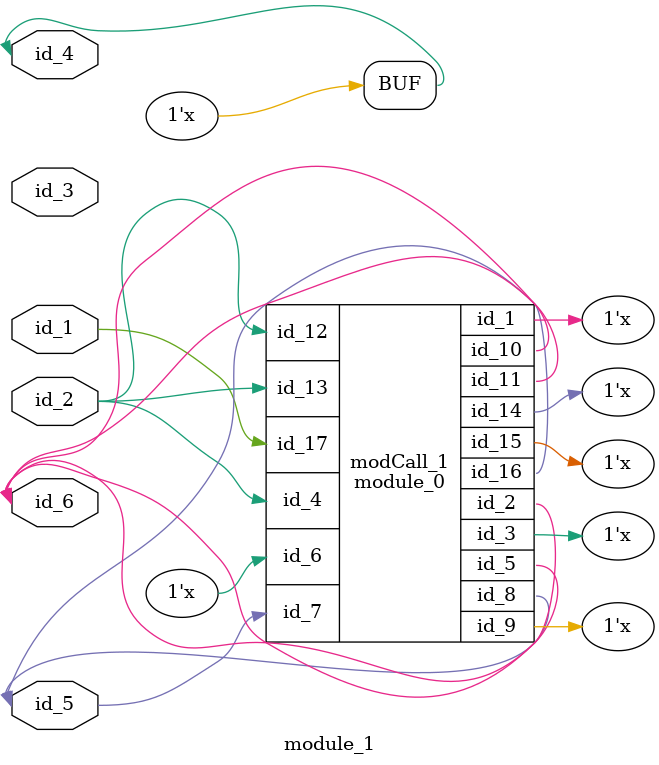
<source format=v>
module module_0 (
    id_1,
    id_2,
    id_3,
    id_4,
    id_5,
    id_6,
    id_7,
    id_8,
    id_9,
    id_10,
    id_11,
    id_12,
    id_13,
    id_14,
    id_15,
    id_16,
    id_17
);
  input wire id_17;
  output wire id_16;
  inout wire id_15;
  output wire id_14;
  input wire id_13;
  input wire id_12;
  inout wire id_11;
  output wire id_10;
  output wire id_9;
  output wire id_8;
  input wire id_7;
  input wire id_6;
  inout wire id_5;
  input wire id_4;
  inout wire id_3;
  output wire id_2;
  inout wire id_1;
endmodule
module module_1 (
    id_1,
    id_2,
    id_3,
    id_4,
    id_5,
    id_6
);
  inout wire id_6;
  inout wire id_5;
  inout wire id_4;
  input wire id_3;
  input wire id_2;
  input wire id_1;
  always begin : LABEL_0
    if (id_4) id_4 = 1;
  end
  module_0 modCall_1 (
      id_4,
      id_6,
      id_4,
      id_2,
      id_6,
      id_4,
      id_5,
      id_5,
      id_4,
      id_6,
      id_6,
      id_2,
      id_2,
      id_4,
      id_4,
      id_5,
      id_1
  );
endmodule

</source>
